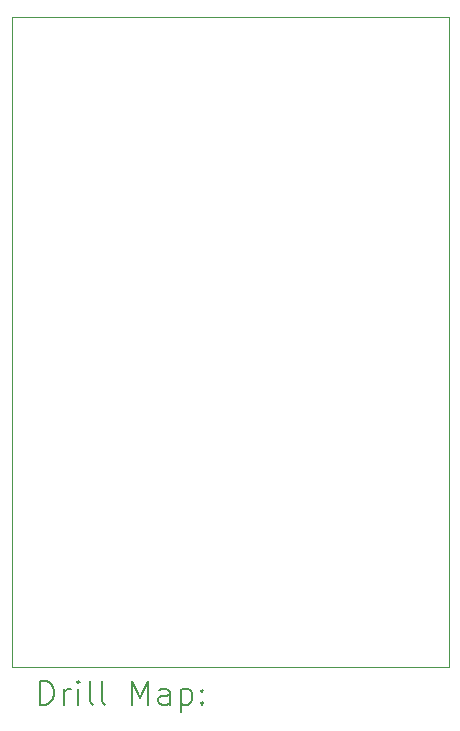
<source format=gbr>
%TF.GenerationSoftware,KiCad,Pcbnew,7.0.1*%
%TF.CreationDate,2024-02-27T21:29:30+01:00*%
%TF.ProjectId,PresenceDetection,50726573-656e-4636-9544-657465637469,rev?*%
%TF.SameCoordinates,Original*%
%TF.FileFunction,Drillmap*%
%TF.FilePolarity,Positive*%
%FSLAX45Y45*%
G04 Gerber Fmt 4.5, Leading zero omitted, Abs format (unit mm)*
G04 Created by KiCad (PCBNEW 7.0.1) date 2024-02-27 21:29:30*
%MOMM*%
%LPD*%
G01*
G04 APERTURE LIST*
%ADD10C,0.100000*%
%ADD11C,0.200000*%
G04 APERTURE END LIST*
D10*
X12800000Y-13800000D02*
X16300000Y-13800000D01*
X12600000Y-13800000D02*
X12600000Y-8300000D01*
X12700000Y-13800000D02*
X12600000Y-13800000D01*
X16300000Y-13800000D02*
X16300000Y-8300000D01*
X12600000Y-8300000D02*
X16300000Y-8300000D01*
X12800000Y-13800000D02*
X12700000Y-13800000D01*
D11*
X12842619Y-14117524D02*
X12842619Y-13917524D01*
X12842619Y-13917524D02*
X12890238Y-13917524D01*
X12890238Y-13917524D02*
X12918809Y-13927048D01*
X12918809Y-13927048D02*
X12937857Y-13946095D01*
X12937857Y-13946095D02*
X12947381Y-13965143D01*
X12947381Y-13965143D02*
X12956905Y-14003238D01*
X12956905Y-14003238D02*
X12956905Y-14031809D01*
X12956905Y-14031809D02*
X12947381Y-14069905D01*
X12947381Y-14069905D02*
X12937857Y-14088952D01*
X12937857Y-14088952D02*
X12918809Y-14108000D01*
X12918809Y-14108000D02*
X12890238Y-14117524D01*
X12890238Y-14117524D02*
X12842619Y-14117524D01*
X13042619Y-14117524D02*
X13042619Y-13984190D01*
X13042619Y-14022286D02*
X13052143Y-14003238D01*
X13052143Y-14003238D02*
X13061667Y-13993714D01*
X13061667Y-13993714D02*
X13080714Y-13984190D01*
X13080714Y-13984190D02*
X13099762Y-13984190D01*
X13166428Y-14117524D02*
X13166428Y-13984190D01*
X13166428Y-13917524D02*
X13156905Y-13927048D01*
X13156905Y-13927048D02*
X13166428Y-13936571D01*
X13166428Y-13936571D02*
X13175952Y-13927048D01*
X13175952Y-13927048D02*
X13166428Y-13917524D01*
X13166428Y-13917524D02*
X13166428Y-13936571D01*
X13290238Y-14117524D02*
X13271190Y-14108000D01*
X13271190Y-14108000D02*
X13261667Y-14088952D01*
X13261667Y-14088952D02*
X13261667Y-13917524D01*
X13395000Y-14117524D02*
X13375952Y-14108000D01*
X13375952Y-14108000D02*
X13366428Y-14088952D01*
X13366428Y-14088952D02*
X13366428Y-13917524D01*
X13623571Y-14117524D02*
X13623571Y-13917524D01*
X13623571Y-13917524D02*
X13690238Y-14060381D01*
X13690238Y-14060381D02*
X13756905Y-13917524D01*
X13756905Y-13917524D02*
X13756905Y-14117524D01*
X13937857Y-14117524D02*
X13937857Y-14012762D01*
X13937857Y-14012762D02*
X13928333Y-13993714D01*
X13928333Y-13993714D02*
X13909286Y-13984190D01*
X13909286Y-13984190D02*
X13871190Y-13984190D01*
X13871190Y-13984190D02*
X13852143Y-13993714D01*
X13937857Y-14108000D02*
X13918809Y-14117524D01*
X13918809Y-14117524D02*
X13871190Y-14117524D01*
X13871190Y-14117524D02*
X13852143Y-14108000D01*
X13852143Y-14108000D02*
X13842619Y-14088952D01*
X13842619Y-14088952D02*
X13842619Y-14069905D01*
X13842619Y-14069905D02*
X13852143Y-14050857D01*
X13852143Y-14050857D02*
X13871190Y-14041333D01*
X13871190Y-14041333D02*
X13918809Y-14041333D01*
X13918809Y-14041333D02*
X13937857Y-14031809D01*
X14033095Y-13984190D02*
X14033095Y-14184190D01*
X14033095Y-13993714D02*
X14052143Y-13984190D01*
X14052143Y-13984190D02*
X14090238Y-13984190D01*
X14090238Y-13984190D02*
X14109286Y-13993714D01*
X14109286Y-13993714D02*
X14118809Y-14003238D01*
X14118809Y-14003238D02*
X14128333Y-14022286D01*
X14128333Y-14022286D02*
X14128333Y-14079428D01*
X14128333Y-14079428D02*
X14118809Y-14098476D01*
X14118809Y-14098476D02*
X14109286Y-14108000D01*
X14109286Y-14108000D02*
X14090238Y-14117524D01*
X14090238Y-14117524D02*
X14052143Y-14117524D01*
X14052143Y-14117524D02*
X14033095Y-14108000D01*
X14214048Y-14098476D02*
X14223571Y-14108000D01*
X14223571Y-14108000D02*
X14214048Y-14117524D01*
X14214048Y-14117524D02*
X14204524Y-14108000D01*
X14204524Y-14108000D02*
X14214048Y-14098476D01*
X14214048Y-14098476D02*
X14214048Y-14117524D01*
X14214048Y-13993714D02*
X14223571Y-14003238D01*
X14223571Y-14003238D02*
X14214048Y-14012762D01*
X14214048Y-14012762D02*
X14204524Y-14003238D01*
X14204524Y-14003238D02*
X14214048Y-13993714D01*
X14214048Y-13993714D02*
X14214048Y-14012762D01*
M02*

</source>
